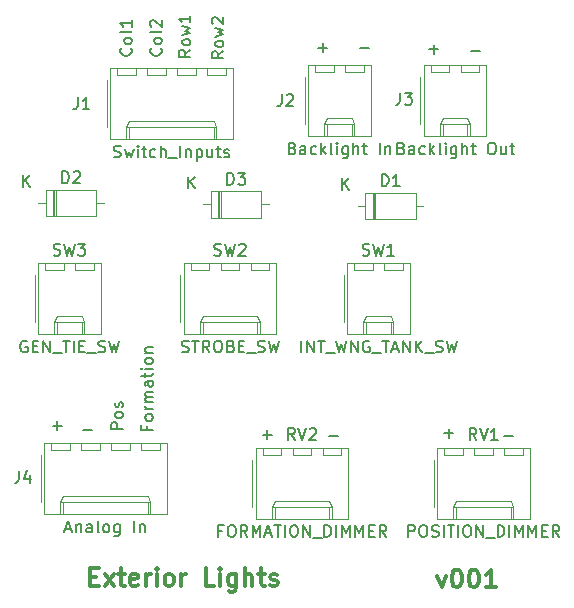
<source format=gbr>
G04 #@! TF.GenerationSoftware,KiCad,Pcbnew,(5.1.5-0-10_14)*
G04 #@! TF.CreationDate,2021-03-15T05:55:20+10:00*
G04 #@! TF.ProjectId,OH - Left Console - 4 - Exterior Lights Panel,4f48202d-204c-4656-9674-20436f6e736f,rev?*
G04 #@! TF.SameCoordinates,Original*
G04 #@! TF.FileFunction,Legend,Top*
G04 #@! TF.FilePolarity,Positive*
%FSLAX46Y46*%
G04 Gerber Fmt 4.6, Leading zero omitted, Abs format (unit mm)*
G04 Created by KiCad (PCBNEW (5.1.5-0-10_14)) date 2021-03-15 05:55:20*
%MOMM*%
%LPD*%
G04 APERTURE LIST*
%ADD10C,0.150000*%
%ADD11C,0.300000*%
%ADD12C,0.120000*%
G04 APERTURE END LIST*
D10*
X113990380Y-101091857D02*
X113514190Y-101425190D01*
X113990380Y-101663285D02*
X112990380Y-101663285D01*
X112990380Y-101282333D01*
X113038000Y-101187095D01*
X113085619Y-101139476D01*
X113180857Y-101091857D01*
X113323714Y-101091857D01*
X113418952Y-101139476D01*
X113466571Y-101187095D01*
X113514190Y-101282333D01*
X113514190Y-101663285D01*
X113990380Y-100520428D02*
X113942761Y-100615666D01*
X113895142Y-100663285D01*
X113799904Y-100710904D01*
X113514190Y-100710904D01*
X113418952Y-100663285D01*
X113371333Y-100615666D01*
X113323714Y-100520428D01*
X113323714Y-100377571D01*
X113371333Y-100282333D01*
X113418952Y-100234714D01*
X113514190Y-100187095D01*
X113799904Y-100187095D01*
X113895142Y-100234714D01*
X113942761Y-100282333D01*
X113990380Y-100377571D01*
X113990380Y-100520428D01*
X113323714Y-99853761D02*
X113990380Y-99663285D01*
X113514190Y-99472809D01*
X113990380Y-99282333D01*
X113323714Y-99091857D01*
X113990380Y-98187095D02*
X113990380Y-98758523D01*
X113990380Y-98472809D02*
X112990380Y-98472809D01*
X113133238Y-98568047D01*
X113228476Y-98663285D01*
X113276095Y-98758523D01*
X111482142Y-100956952D02*
X111529761Y-101004571D01*
X111577380Y-101147428D01*
X111577380Y-101242666D01*
X111529761Y-101385523D01*
X111434523Y-101480761D01*
X111339285Y-101528380D01*
X111148809Y-101576000D01*
X111005952Y-101576000D01*
X110815476Y-101528380D01*
X110720238Y-101480761D01*
X110625000Y-101385523D01*
X110577380Y-101242666D01*
X110577380Y-101147428D01*
X110625000Y-101004571D01*
X110672619Y-100956952D01*
X111577380Y-100385523D02*
X111529761Y-100480761D01*
X111482142Y-100528380D01*
X111386904Y-100576000D01*
X111101190Y-100576000D01*
X111005952Y-100528380D01*
X110958333Y-100480761D01*
X110910714Y-100385523D01*
X110910714Y-100242666D01*
X110958333Y-100147428D01*
X111005952Y-100099809D01*
X111101190Y-100052190D01*
X111386904Y-100052190D01*
X111482142Y-100099809D01*
X111529761Y-100147428D01*
X111577380Y-100242666D01*
X111577380Y-100385523D01*
X111577380Y-99480761D02*
X111529761Y-99576000D01*
X111434523Y-99623619D01*
X110577380Y-99623619D01*
X110672619Y-99147428D02*
X110625000Y-99099809D01*
X110577380Y-99004571D01*
X110577380Y-98766476D01*
X110625000Y-98671238D01*
X110672619Y-98623619D01*
X110767857Y-98576000D01*
X110863095Y-98576000D01*
X111005952Y-98623619D01*
X111577380Y-99195047D01*
X111577380Y-98576000D01*
X116784380Y-101218857D02*
X116308190Y-101552190D01*
X116784380Y-101790285D02*
X115784380Y-101790285D01*
X115784380Y-101409333D01*
X115832000Y-101314095D01*
X115879619Y-101266476D01*
X115974857Y-101218857D01*
X116117714Y-101218857D01*
X116212952Y-101266476D01*
X116260571Y-101314095D01*
X116308190Y-101409333D01*
X116308190Y-101790285D01*
X116784380Y-100647428D02*
X116736761Y-100742666D01*
X116689142Y-100790285D01*
X116593904Y-100837904D01*
X116308190Y-100837904D01*
X116212952Y-100790285D01*
X116165333Y-100742666D01*
X116117714Y-100647428D01*
X116117714Y-100504571D01*
X116165333Y-100409333D01*
X116212952Y-100361714D01*
X116308190Y-100314095D01*
X116593904Y-100314095D01*
X116689142Y-100361714D01*
X116736761Y-100409333D01*
X116784380Y-100504571D01*
X116784380Y-100647428D01*
X116117714Y-99980761D02*
X116784380Y-99790285D01*
X116308190Y-99599809D01*
X116784380Y-99409333D01*
X116117714Y-99218857D01*
X115879619Y-98885523D02*
X115832000Y-98837904D01*
X115784380Y-98742666D01*
X115784380Y-98504571D01*
X115832000Y-98409333D01*
X115879619Y-98361714D01*
X115974857Y-98314095D01*
X116070095Y-98314095D01*
X116212952Y-98361714D01*
X116784380Y-98933142D01*
X116784380Y-98314095D01*
X108942142Y-100956952D02*
X108989761Y-101004571D01*
X109037380Y-101147428D01*
X109037380Y-101242666D01*
X108989761Y-101385523D01*
X108894523Y-101480761D01*
X108799285Y-101528380D01*
X108608809Y-101576000D01*
X108465952Y-101576000D01*
X108275476Y-101528380D01*
X108180238Y-101480761D01*
X108085000Y-101385523D01*
X108037380Y-101242666D01*
X108037380Y-101147428D01*
X108085000Y-101004571D01*
X108132619Y-100956952D01*
X109037380Y-100385523D02*
X108989761Y-100480761D01*
X108942142Y-100528380D01*
X108846904Y-100576000D01*
X108561190Y-100576000D01*
X108465952Y-100528380D01*
X108418333Y-100480761D01*
X108370714Y-100385523D01*
X108370714Y-100242666D01*
X108418333Y-100147428D01*
X108465952Y-100099809D01*
X108561190Y-100052190D01*
X108846904Y-100052190D01*
X108942142Y-100099809D01*
X108989761Y-100147428D01*
X109037380Y-100242666D01*
X109037380Y-100385523D01*
X109037380Y-99480761D02*
X108989761Y-99576000D01*
X108894523Y-99623619D01*
X108037380Y-99623619D01*
X109037380Y-98576000D02*
X109037380Y-99147428D01*
X109037380Y-98861714D02*
X108037380Y-98861714D01*
X108180238Y-98956952D01*
X108275476Y-99052190D01*
X108323095Y-99147428D01*
X140589047Y-133802428D02*
X141350952Y-133802428D01*
X108275380Y-133199047D02*
X107275380Y-133199047D01*
X107275380Y-132818095D01*
X107323000Y-132722857D01*
X107370619Y-132675238D01*
X107465857Y-132627619D01*
X107608714Y-132627619D01*
X107703952Y-132675238D01*
X107751571Y-132722857D01*
X107799190Y-132818095D01*
X107799190Y-133199047D01*
X108275380Y-132056190D02*
X108227761Y-132151428D01*
X108180142Y-132199047D01*
X108084904Y-132246666D01*
X107799190Y-132246666D01*
X107703952Y-132199047D01*
X107656333Y-132151428D01*
X107608714Y-132056190D01*
X107608714Y-131913333D01*
X107656333Y-131818095D01*
X107703952Y-131770476D01*
X107799190Y-131722857D01*
X108084904Y-131722857D01*
X108180142Y-131770476D01*
X108227761Y-131818095D01*
X108275380Y-131913333D01*
X108275380Y-132056190D01*
X108227761Y-131341904D02*
X108275380Y-131246666D01*
X108275380Y-131056190D01*
X108227761Y-130960952D01*
X108132523Y-130913333D01*
X108084904Y-130913333D01*
X107989666Y-130960952D01*
X107942047Y-131056190D01*
X107942047Y-131199047D01*
X107894428Y-131294285D01*
X107799190Y-131341904D01*
X107751571Y-131341904D01*
X107656333Y-131294285D01*
X107608714Y-131199047D01*
X107608714Y-131056190D01*
X107656333Y-130960952D01*
X110291571Y-132960666D02*
X110291571Y-133294000D01*
X110815380Y-133294000D02*
X109815380Y-133294000D01*
X109815380Y-132817809D01*
X110815380Y-132294000D02*
X110767761Y-132389238D01*
X110720142Y-132436857D01*
X110624904Y-132484476D01*
X110339190Y-132484476D01*
X110243952Y-132436857D01*
X110196333Y-132389238D01*
X110148714Y-132294000D01*
X110148714Y-132151142D01*
X110196333Y-132055904D01*
X110243952Y-132008285D01*
X110339190Y-131960666D01*
X110624904Y-131960666D01*
X110720142Y-132008285D01*
X110767761Y-132055904D01*
X110815380Y-132151142D01*
X110815380Y-132294000D01*
X110815380Y-131532095D02*
X110148714Y-131532095D01*
X110339190Y-131532095D02*
X110243952Y-131484476D01*
X110196333Y-131436857D01*
X110148714Y-131341619D01*
X110148714Y-131246380D01*
X110815380Y-130913047D02*
X110148714Y-130913047D01*
X110243952Y-130913047D02*
X110196333Y-130865428D01*
X110148714Y-130770190D01*
X110148714Y-130627333D01*
X110196333Y-130532095D01*
X110291571Y-130484476D01*
X110815380Y-130484476D01*
X110291571Y-130484476D02*
X110196333Y-130436857D01*
X110148714Y-130341619D01*
X110148714Y-130198761D01*
X110196333Y-130103523D01*
X110291571Y-130055904D01*
X110815380Y-130055904D01*
X110815380Y-129151142D02*
X110291571Y-129151142D01*
X110196333Y-129198761D01*
X110148714Y-129294000D01*
X110148714Y-129484476D01*
X110196333Y-129579714D01*
X110767761Y-129151142D02*
X110815380Y-129246380D01*
X110815380Y-129484476D01*
X110767761Y-129579714D01*
X110672523Y-129627333D01*
X110577285Y-129627333D01*
X110482047Y-129579714D01*
X110434428Y-129484476D01*
X110434428Y-129246380D01*
X110386809Y-129151142D01*
X110148714Y-128817809D02*
X110148714Y-128436857D01*
X109815380Y-128674952D02*
X110672523Y-128674952D01*
X110767761Y-128627333D01*
X110815380Y-128532095D01*
X110815380Y-128436857D01*
X110815380Y-128103523D02*
X110148714Y-128103523D01*
X109815380Y-128103523D02*
X109863000Y-128151142D01*
X109910619Y-128103523D01*
X109863000Y-128055904D01*
X109815380Y-128103523D01*
X109910619Y-128103523D01*
X110815380Y-127484476D02*
X110767761Y-127579714D01*
X110720142Y-127627333D01*
X110624904Y-127674952D01*
X110339190Y-127674952D01*
X110243952Y-127627333D01*
X110196333Y-127579714D01*
X110148714Y-127484476D01*
X110148714Y-127341619D01*
X110196333Y-127246380D01*
X110243952Y-127198761D01*
X110339190Y-127151142D01*
X110624904Y-127151142D01*
X110720142Y-127198761D01*
X110767761Y-127246380D01*
X110815380Y-127341619D01*
X110815380Y-127484476D01*
X110148714Y-126722571D02*
X110815380Y-126722571D01*
X110243952Y-126722571D02*
X110196333Y-126674952D01*
X110148714Y-126579714D01*
X110148714Y-126436857D01*
X110196333Y-126341619D01*
X110291571Y-126294000D01*
X110815380Y-126294000D01*
X137795047Y-101163428D02*
X138556952Y-101163428D01*
X128397047Y-100909428D02*
X129158952Y-100909428D01*
X134239047Y-101036428D02*
X135000952Y-101036428D01*
X134620000Y-101417380D02*
X134620000Y-100655476D01*
X124841047Y-100909428D02*
X125602952Y-100909428D01*
X125222000Y-101290380D02*
X125222000Y-100528476D01*
X125730047Y-133802428D02*
X126491952Y-133802428D01*
X104902047Y-133294428D02*
X105663952Y-133294428D01*
X135509047Y-133548428D02*
X136270952Y-133548428D01*
X135890000Y-133929380D02*
X135890000Y-133167476D01*
X120142047Y-133675428D02*
X120903952Y-133675428D01*
X120523000Y-134056380D02*
X120523000Y-133294476D01*
X102362047Y-132913428D02*
X103123952Y-132913428D01*
X102743000Y-133294380D02*
X102743000Y-132532476D01*
D11*
X134914000Y-145601571D02*
X135271142Y-146601571D01*
X135628285Y-145601571D01*
X136485428Y-145101571D02*
X136628285Y-145101571D01*
X136771142Y-145173000D01*
X136842571Y-145244428D01*
X136914000Y-145387285D01*
X136985428Y-145673000D01*
X136985428Y-146030142D01*
X136914000Y-146315857D01*
X136842571Y-146458714D01*
X136771142Y-146530142D01*
X136628285Y-146601571D01*
X136485428Y-146601571D01*
X136342571Y-146530142D01*
X136271142Y-146458714D01*
X136199714Y-146315857D01*
X136128285Y-146030142D01*
X136128285Y-145673000D01*
X136199714Y-145387285D01*
X136271142Y-145244428D01*
X136342571Y-145173000D01*
X136485428Y-145101571D01*
X137914000Y-145101571D02*
X138056857Y-145101571D01*
X138199714Y-145173000D01*
X138271142Y-145244428D01*
X138342571Y-145387285D01*
X138414000Y-145673000D01*
X138414000Y-146030142D01*
X138342571Y-146315857D01*
X138271142Y-146458714D01*
X138199714Y-146530142D01*
X138056857Y-146601571D01*
X137914000Y-146601571D01*
X137771142Y-146530142D01*
X137699714Y-146458714D01*
X137628285Y-146315857D01*
X137556857Y-146030142D01*
X137556857Y-145673000D01*
X137628285Y-145387285D01*
X137699714Y-145244428D01*
X137771142Y-145173000D01*
X137914000Y-145101571D01*
X139842571Y-146601571D02*
X138985428Y-146601571D01*
X139414000Y-146601571D02*
X139414000Y-145101571D01*
X139271142Y-145315857D01*
X139128285Y-145458714D01*
X138985428Y-145530142D01*
X105518142Y-145688857D02*
X106018142Y-145688857D01*
X106232428Y-146474571D02*
X105518142Y-146474571D01*
X105518142Y-144974571D01*
X106232428Y-144974571D01*
X106732428Y-146474571D02*
X107518142Y-145474571D01*
X106732428Y-145474571D02*
X107518142Y-146474571D01*
X107875285Y-145474571D02*
X108446714Y-145474571D01*
X108089571Y-144974571D02*
X108089571Y-146260285D01*
X108161000Y-146403142D01*
X108303857Y-146474571D01*
X108446714Y-146474571D01*
X109518142Y-146403142D02*
X109375285Y-146474571D01*
X109089571Y-146474571D01*
X108946714Y-146403142D01*
X108875285Y-146260285D01*
X108875285Y-145688857D01*
X108946714Y-145546000D01*
X109089571Y-145474571D01*
X109375285Y-145474571D01*
X109518142Y-145546000D01*
X109589571Y-145688857D01*
X109589571Y-145831714D01*
X108875285Y-145974571D01*
X110232428Y-146474571D02*
X110232428Y-145474571D01*
X110232428Y-145760285D02*
X110303857Y-145617428D01*
X110375285Y-145546000D01*
X110518142Y-145474571D01*
X110661000Y-145474571D01*
X111161000Y-146474571D02*
X111161000Y-145474571D01*
X111161000Y-144974571D02*
X111089571Y-145046000D01*
X111161000Y-145117428D01*
X111232428Y-145046000D01*
X111161000Y-144974571D01*
X111161000Y-145117428D01*
X112089571Y-146474571D02*
X111946714Y-146403142D01*
X111875285Y-146331714D01*
X111803857Y-146188857D01*
X111803857Y-145760285D01*
X111875285Y-145617428D01*
X111946714Y-145546000D01*
X112089571Y-145474571D01*
X112303857Y-145474571D01*
X112446714Y-145546000D01*
X112518142Y-145617428D01*
X112589571Y-145760285D01*
X112589571Y-146188857D01*
X112518142Y-146331714D01*
X112446714Y-146403142D01*
X112303857Y-146474571D01*
X112089571Y-146474571D01*
X113232428Y-146474571D02*
X113232428Y-145474571D01*
X113232428Y-145760285D02*
X113303857Y-145617428D01*
X113375285Y-145546000D01*
X113518142Y-145474571D01*
X113661000Y-145474571D01*
X116018142Y-146474571D02*
X115303857Y-146474571D01*
X115303857Y-144974571D01*
X116518142Y-146474571D02*
X116518142Y-145474571D01*
X116518142Y-144974571D02*
X116446714Y-145046000D01*
X116518142Y-145117428D01*
X116589571Y-145046000D01*
X116518142Y-144974571D01*
X116518142Y-145117428D01*
X117875285Y-145474571D02*
X117875285Y-146688857D01*
X117803857Y-146831714D01*
X117732428Y-146903142D01*
X117589571Y-146974571D01*
X117375285Y-146974571D01*
X117232428Y-146903142D01*
X117875285Y-146403142D02*
X117732428Y-146474571D01*
X117446714Y-146474571D01*
X117303857Y-146403142D01*
X117232428Y-146331714D01*
X117161000Y-146188857D01*
X117161000Y-145760285D01*
X117232428Y-145617428D01*
X117303857Y-145546000D01*
X117446714Y-145474571D01*
X117732428Y-145474571D01*
X117875285Y-145546000D01*
X118589571Y-146474571D02*
X118589571Y-144974571D01*
X119232428Y-146474571D02*
X119232428Y-145688857D01*
X119161000Y-145546000D01*
X119018142Y-145474571D01*
X118803857Y-145474571D01*
X118661000Y-145546000D01*
X118589571Y-145617428D01*
X119732428Y-145474571D02*
X120303857Y-145474571D01*
X119946714Y-144974571D02*
X119946714Y-146260285D01*
X120018142Y-146403142D01*
X120161000Y-146474571D01*
X120303857Y-146474571D01*
X120732428Y-146403142D02*
X120875285Y-146474571D01*
X121161000Y-146474571D01*
X121303857Y-146403142D01*
X121375285Y-146260285D01*
X121375285Y-146188857D01*
X121303857Y-146046000D01*
X121161000Y-145974571D01*
X120946714Y-145974571D01*
X120803857Y-145903142D01*
X120732428Y-145760285D01*
X120732428Y-145688857D01*
X120803857Y-145546000D01*
X120946714Y-145474571D01*
X121161000Y-145474571D01*
X121303857Y-145546000D01*
D12*
X117005000Y-103234000D02*
X117005000Y-102634000D01*
X115405000Y-103234000D02*
X117005000Y-103234000D01*
X115405000Y-102634000D02*
X115405000Y-103234000D01*
X114465000Y-103234000D02*
X114465000Y-102634000D01*
X112865000Y-103234000D02*
X114465000Y-103234000D01*
X112865000Y-102634000D02*
X112865000Y-103234000D01*
X111925000Y-103234000D02*
X111925000Y-102634000D01*
X110325000Y-103234000D02*
X111925000Y-103234000D01*
X110325000Y-102634000D02*
X110325000Y-103234000D01*
X109385000Y-103234000D02*
X109385000Y-102634000D01*
X107785000Y-103234000D02*
X109385000Y-103234000D01*
X107785000Y-102634000D02*
X107785000Y-103234000D01*
X115955000Y-108654000D02*
X115955000Y-107654000D01*
X108835000Y-108654000D02*
X108835000Y-107654000D01*
X115955000Y-107124000D02*
X116205000Y-107654000D01*
X108835000Y-107124000D02*
X115955000Y-107124000D01*
X108585000Y-107654000D02*
X108835000Y-107124000D01*
X116205000Y-107654000D02*
X116205000Y-108654000D01*
X108585000Y-107654000D02*
X116205000Y-107654000D01*
X108585000Y-108654000D02*
X108585000Y-107654000D01*
X106915000Y-103664000D02*
X106915000Y-107664000D01*
X117585000Y-102634000D02*
X107205000Y-102634000D01*
X117585000Y-108654000D02*
X117585000Y-102634000D01*
X107205000Y-108654000D02*
X117585000Y-108654000D01*
X107205000Y-102634000D02*
X107205000Y-108654000D01*
X131991000Y-119744000D02*
X131991000Y-119144000D01*
X130391000Y-119744000D02*
X131991000Y-119744000D01*
X130391000Y-119144000D02*
X130391000Y-119744000D01*
X129451000Y-119744000D02*
X129451000Y-119144000D01*
X127851000Y-119744000D02*
X129451000Y-119744000D01*
X127851000Y-119144000D02*
X127851000Y-119744000D01*
X130941000Y-125164000D02*
X130941000Y-124164000D01*
X128901000Y-125164000D02*
X128901000Y-124164000D01*
X130941000Y-123634000D02*
X131191000Y-124164000D01*
X128901000Y-123634000D02*
X130941000Y-123634000D01*
X128651000Y-124164000D02*
X128901000Y-123634000D01*
X131191000Y-124164000D02*
X131191000Y-125164000D01*
X128651000Y-124164000D02*
X131191000Y-124164000D01*
X128651000Y-125164000D02*
X128651000Y-124164000D01*
X126981000Y-120174000D02*
X126981000Y-124174000D01*
X132571000Y-119144000D02*
X127271000Y-119144000D01*
X132571000Y-125164000D02*
X132571000Y-119144000D01*
X127271000Y-125164000D02*
X132571000Y-125164000D01*
X127271000Y-119144000D02*
X127271000Y-125164000D01*
X105829000Y-119744000D02*
X105829000Y-119144000D01*
X104229000Y-119744000D02*
X105829000Y-119744000D01*
X104229000Y-119144000D02*
X104229000Y-119744000D01*
X103289000Y-119744000D02*
X103289000Y-119144000D01*
X101689000Y-119744000D02*
X103289000Y-119744000D01*
X101689000Y-119144000D02*
X101689000Y-119744000D01*
X104779000Y-125164000D02*
X104779000Y-124164000D01*
X102739000Y-125164000D02*
X102739000Y-124164000D01*
X104779000Y-123634000D02*
X105029000Y-124164000D01*
X102739000Y-123634000D02*
X104779000Y-123634000D01*
X102489000Y-124164000D02*
X102739000Y-123634000D01*
X105029000Y-124164000D02*
X105029000Y-125164000D01*
X102489000Y-124164000D02*
X105029000Y-124164000D01*
X102489000Y-125164000D02*
X102489000Y-124164000D01*
X100819000Y-120174000D02*
X100819000Y-124174000D01*
X106409000Y-119144000D02*
X101109000Y-119144000D01*
X106409000Y-125164000D02*
X106409000Y-119144000D01*
X101109000Y-125164000D02*
X106409000Y-125164000D01*
X101109000Y-119144000D02*
X101109000Y-125164000D01*
X111417000Y-134984000D02*
X111417000Y-134384000D01*
X109817000Y-134984000D02*
X111417000Y-134984000D01*
X109817000Y-134384000D02*
X109817000Y-134984000D01*
X108877000Y-134984000D02*
X108877000Y-134384000D01*
X107277000Y-134984000D02*
X108877000Y-134984000D01*
X107277000Y-134384000D02*
X107277000Y-134984000D01*
X106337000Y-134984000D02*
X106337000Y-134384000D01*
X104737000Y-134984000D02*
X106337000Y-134984000D01*
X104737000Y-134384000D02*
X104737000Y-134984000D01*
X103797000Y-134984000D02*
X103797000Y-134384000D01*
X102197000Y-134984000D02*
X103797000Y-134984000D01*
X102197000Y-134384000D02*
X102197000Y-134984000D01*
X110367000Y-140404000D02*
X110367000Y-139404000D01*
X103247000Y-140404000D02*
X103247000Y-139404000D01*
X110367000Y-138874000D02*
X110617000Y-139404000D01*
X103247000Y-138874000D02*
X110367000Y-138874000D01*
X102997000Y-139404000D02*
X103247000Y-138874000D01*
X110617000Y-139404000D02*
X110617000Y-140404000D01*
X102997000Y-139404000D02*
X110617000Y-139404000D01*
X102997000Y-140404000D02*
X102997000Y-139404000D01*
X101327000Y-135414000D02*
X101327000Y-139414000D01*
X111997000Y-134384000D02*
X101617000Y-134384000D01*
X111997000Y-140404000D02*
X111997000Y-134384000D01*
X101617000Y-140404000D02*
X111997000Y-140404000D01*
X101617000Y-134384000D02*
X101617000Y-140404000D01*
X138468000Y-102980000D02*
X138468000Y-102380000D01*
X136868000Y-102980000D02*
X138468000Y-102980000D01*
X136868000Y-102380000D02*
X136868000Y-102980000D01*
X135928000Y-102980000D02*
X135928000Y-102380000D01*
X134328000Y-102980000D02*
X135928000Y-102980000D01*
X134328000Y-102380000D02*
X134328000Y-102980000D01*
X137418000Y-108400000D02*
X137418000Y-107400000D01*
X135378000Y-108400000D02*
X135378000Y-107400000D01*
X137418000Y-106870000D02*
X137668000Y-107400000D01*
X135378000Y-106870000D02*
X137418000Y-106870000D01*
X135128000Y-107400000D02*
X135378000Y-106870000D01*
X137668000Y-107400000D02*
X137668000Y-108400000D01*
X135128000Y-107400000D02*
X137668000Y-107400000D01*
X135128000Y-108400000D02*
X135128000Y-107400000D01*
X133458000Y-103410000D02*
X133458000Y-107410000D01*
X139048000Y-102380000D02*
X133748000Y-102380000D01*
X139048000Y-108400000D02*
X139048000Y-102380000D01*
X133748000Y-108400000D02*
X139048000Y-108400000D01*
X133748000Y-102380000D02*
X133748000Y-108400000D01*
X128689000Y-102980000D02*
X128689000Y-102380000D01*
X127089000Y-102980000D02*
X128689000Y-102980000D01*
X127089000Y-102380000D02*
X127089000Y-102980000D01*
X126149000Y-102980000D02*
X126149000Y-102380000D01*
X124549000Y-102980000D02*
X126149000Y-102980000D01*
X124549000Y-102380000D02*
X124549000Y-102980000D01*
X127639000Y-108400000D02*
X127639000Y-107400000D01*
X125599000Y-108400000D02*
X125599000Y-107400000D01*
X127639000Y-106870000D02*
X127889000Y-107400000D01*
X125599000Y-106870000D02*
X127639000Y-106870000D01*
X125349000Y-107400000D02*
X125599000Y-106870000D01*
X127889000Y-107400000D02*
X127889000Y-108400000D01*
X125349000Y-107400000D02*
X127889000Y-107400000D01*
X125349000Y-108400000D02*
X125349000Y-107400000D01*
X123679000Y-103410000D02*
X123679000Y-107410000D01*
X129269000Y-102380000D02*
X123969000Y-102380000D01*
X129269000Y-108400000D02*
X129269000Y-102380000D01*
X123969000Y-108400000D02*
X129269000Y-108400000D01*
X123969000Y-102380000D02*
X123969000Y-108400000D01*
X116336000Y-113053000D02*
X116336000Y-115293000D01*
X116576000Y-113053000D02*
X116576000Y-115293000D01*
X116456000Y-113053000D02*
X116456000Y-115293000D01*
X120626000Y-114173000D02*
X119976000Y-114173000D01*
X115086000Y-114173000D02*
X115736000Y-114173000D01*
X119976000Y-113053000D02*
X115736000Y-113053000D01*
X119976000Y-115293000D02*
X119976000Y-113053000D01*
X115736000Y-115293000D02*
X119976000Y-115293000D01*
X115736000Y-113053000D02*
X115736000Y-115293000D01*
X102366000Y-112926000D02*
X102366000Y-115166000D01*
X102606000Y-112926000D02*
X102606000Y-115166000D01*
X102486000Y-112926000D02*
X102486000Y-115166000D01*
X106656000Y-114046000D02*
X106006000Y-114046000D01*
X101116000Y-114046000D02*
X101766000Y-114046000D01*
X106006000Y-112926000D02*
X101766000Y-112926000D01*
X106006000Y-115166000D02*
X106006000Y-112926000D01*
X101766000Y-115166000D02*
X106006000Y-115166000D01*
X101766000Y-112926000D02*
X101766000Y-115166000D01*
X129417000Y-113180000D02*
X129417000Y-115420000D01*
X129657000Y-113180000D02*
X129657000Y-115420000D01*
X129537000Y-113180000D02*
X129537000Y-115420000D01*
X133707000Y-114300000D02*
X133057000Y-114300000D01*
X128167000Y-114300000D02*
X128817000Y-114300000D01*
X133057000Y-113180000D02*
X128817000Y-113180000D01*
X133057000Y-115420000D02*
X133057000Y-113180000D01*
X128817000Y-115420000D02*
X133057000Y-115420000D01*
X128817000Y-113180000D02*
X128817000Y-115420000D01*
X120688000Y-119744000D02*
X120688000Y-119144000D01*
X119088000Y-119744000D02*
X120688000Y-119744000D01*
X119088000Y-119144000D02*
X119088000Y-119744000D01*
X118148000Y-119744000D02*
X118148000Y-119144000D01*
X116548000Y-119744000D02*
X118148000Y-119744000D01*
X116548000Y-119144000D02*
X116548000Y-119744000D01*
X115608000Y-119744000D02*
X115608000Y-119144000D01*
X114008000Y-119744000D02*
X115608000Y-119744000D01*
X114008000Y-119144000D02*
X114008000Y-119744000D01*
X119638000Y-125164000D02*
X119638000Y-124164000D01*
X115058000Y-125164000D02*
X115058000Y-124164000D01*
X119638000Y-123634000D02*
X119888000Y-124164000D01*
X115058000Y-123634000D02*
X119638000Y-123634000D01*
X114808000Y-124164000D02*
X115058000Y-123634000D01*
X119888000Y-124164000D02*
X119888000Y-125164000D01*
X114808000Y-124164000D02*
X119888000Y-124164000D01*
X114808000Y-125164000D02*
X114808000Y-124164000D01*
X113138000Y-120174000D02*
X113138000Y-124174000D01*
X121268000Y-119144000D02*
X113428000Y-119144000D01*
X121268000Y-125164000D02*
X121268000Y-119144000D01*
X113428000Y-125164000D02*
X121268000Y-125164000D01*
X113428000Y-119144000D02*
X113428000Y-125164000D01*
X126784000Y-135365000D02*
X126784000Y-134765000D01*
X125184000Y-135365000D02*
X126784000Y-135365000D01*
X125184000Y-134765000D02*
X125184000Y-135365000D01*
X124244000Y-135365000D02*
X124244000Y-134765000D01*
X122644000Y-135365000D02*
X124244000Y-135365000D01*
X122644000Y-134765000D02*
X122644000Y-135365000D01*
X121704000Y-135365000D02*
X121704000Y-134765000D01*
X120104000Y-135365000D02*
X121704000Y-135365000D01*
X120104000Y-134765000D02*
X120104000Y-135365000D01*
X125734000Y-140785000D02*
X125734000Y-139785000D01*
X121154000Y-140785000D02*
X121154000Y-139785000D01*
X125734000Y-139255000D02*
X125984000Y-139785000D01*
X121154000Y-139255000D02*
X125734000Y-139255000D01*
X120904000Y-139785000D02*
X121154000Y-139255000D01*
X125984000Y-139785000D02*
X125984000Y-140785000D01*
X120904000Y-139785000D02*
X125984000Y-139785000D01*
X120904000Y-140785000D02*
X120904000Y-139785000D01*
X119234000Y-135795000D02*
X119234000Y-139795000D01*
X127364000Y-134765000D02*
X119524000Y-134765000D01*
X127364000Y-140785000D02*
X127364000Y-134765000D01*
X119524000Y-140785000D02*
X127364000Y-140785000D01*
X119524000Y-134765000D02*
X119524000Y-140785000D01*
X142151000Y-135365000D02*
X142151000Y-134765000D01*
X140551000Y-135365000D02*
X142151000Y-135365000D01*
X140551000Y-134765000D02*
X140551000Y-135365000D01*
X139611000Y-135365000D02*
X139611000Y-134765000D01*
X138011000Y-135365000D02*
X139611000Y-135365000D01*
X138011000Y-134765000D02*
X138011000Y-135365000D01*
X137071000Y-135365000D02*
X137071000Y-134765000D01*
X135471000Y-135365000D02*
X137071000Y-135365000D01*
X135471000Y-134765000D02*
X135471000Y-135365000D01*
X141101000Y-140785000D02*
X141101000Y-139785000D01*
X136521000Y-140785000D02*
X136521000Y-139785000D01*
X141101000Y-139255000D02*
X141351000Y-139785000D01*
X136521000Y-139255000D02*
X141101000Y-139255000D01*
X136271000Y-139785000D02*
X136521000Y-139255000D01*
X141351000Y-139785000D02*
X141351000Y-140785000D01*
X136271000Y-139785000D02*
X141351000Y-139785000D01*
X136271000Y-140785000D02*
X136271000Y-139785000D01*
X134601000Y-135795000D02*
X134601000Y-139795000D01*
X142731000Y-134765000D02*
X134891000Y-134765000D01*
X142731000Y-140785000D02*
X142731000Y-134765000D01*
X134891000Y-140785000D02*
X142731000Y-140785000D01*
X134891000Y-134765000D02*
X134891000Y-140785000D01*
D10*
X104441666Y-105116380D02*
X104441666Y-105830666D01*
X104394047Y-105973523D01*
X104298809Y-106068761D01*
X104155952Y-106116380D01*
X104060714Y-106116380D01*
X105441666Y-106116380D02*
X104870238Y-106116380D01*
X105155952Y-106116380D02*
X105155952Y-105116380D01*
X105060714Y-105259238D01*
X104965476Y-105354476D01*
X104870238Y-105402095D01*
X107514047Y-110148761D02*
X107656904Y-110196380D01*
X107895000Y-110196380D01*
X107990238Y-110148761D01*
X108037857Y-110101142D01*
X108085476Y-110005904D01*
X108085476Y-109910666D01*
X108037857Y-109815428D01*
X107990238Y-109767809D01*
X107895000Y-109720190D01*
X107704523Y-109672571D01*
X107609285Y-109624952D01*
X107561666Y-109577333D01*
X107514047Y-109482095D01*
X107514047Y-109386857D01*
X107561666Y-109291619D01*
X107609285Y-109244000D01*
X107704523Y-109196380D01*
X107942619Y-109196380D01*
X108085476Y-109244000D01*
X108418809Y-109529714D02*
X108609285Y-110196380D01*
X108799761Y-109720190D01*
X108990238Y-110196380D01*
X109180714Y-109529714D01*
X109561666Y-110196380D02*
X109561666Y-109529714D01*
X109561666Y-109196380D02*
X109514047Y-109244000D01*
X109561666Y-109291619D01*
X109609285Y-109244000D01*
X109561666Y-109196380D01*
X109561666Y-109291619D01*
X109895000Y-109529714D02*
X110275952Y-109529714D01*
X110037857Y-109196380D02*
X110037857Y-110053523D01*
X110085476Y-110148761D01*
X110180714Y-110196380D01*
X110275952Y-110196380D01*
X111037857Y-110148761D02*
X110942619Y-110196380D01*
X110752142Y-110196380D01*
X110656904Y-110148761D01*
X110609285Y-110101142D01*
X110561666Y-110005904D01*
X110561666Y-109720190D01*
X110609285Y-109624952D01*
X110656904Y-109577333D01*
X110752142Y-109529714D01*
X110942619Y-109529714D01*
X111037857Y-109577333D01*
X111466428Y-110196380D02*
X111466428Y-109196380D01*
X111895000Y-110196380D02*
X111895000Y-109672571D01*
X111847380Y-109577333D01*
X111752142Y-109529714D01*
X111609285Y-109529714D01*
X111514047Y-109577333D01*
X111466428Y-109624952D01*
X112133095Y-110291619D02*
X112895000Y-110291619D01*
X113133095Y-110196380D02*
X113133095Y-109196380D01*
X113609285Y-109529714D02*
X113609285Y-110196380D01*
X113609285Y-109624952D02*
X113656904Y-109577333D01*
X113752142Y-109529714D01*
X113895000Y-109529714D01*
X113990238Y-109577333D01*
X114037857Y-109672571D01*
X114037857Y-110196380D01*
X114514047Y-109529714D02*
X114514047Y-110529714D01*
X114514047Y-109577333D02*
X114609285Y-109529714D01*
X114799761Y-109529714D01*
X114895000Y-109577333D01*
X114942619Y-109624952D01*
X114990238Y-109720190D01*
X114990238Y-110005904D01*
X114942619Y-110101142D01*
X114895000Y-110148761D01*
X114799761Y-110196380D01*
X114609285Y-110196380D01*
X114514047Y-110148761D01*
X115847380Y-109529714D02*
X115847380Y-110196380D01*
X115418809Y-109529714D02*
X115418809Y-110053523D01*
X115466428Y-110148761D01*
X115561666Y-110196380D01*
X115704523Y-110196380D01*
X115799761Y-110148761D01*
X115847380Y-110101142D01*
X116180714Y-109529714D02*
X116561666Y-109529714D01*
X116323571Y-109196380D02*
X116323571Y-110053523D01*
X116371190Y-110148761D01*
X116466428Y-110196380D01*
X116561666Y-110196380D01*
X116847380Y-110148761D02*
X116942619Y-110196380D01*
X117133095Y-110196380D01*
X117228333Y-110148761D01*
X117275952Y-110053523D01*
X117275952Y-110005904D01*
X117228333Y-109910666D01*
X117133095Y-109863047D01*
X116990238Y-109863047D01*
X116895000Y-109815428D01*
X116847380Y-109720190D01*
X116847380Y-109672571D01*
X116895000Y-109577333D01*
X116990238Y-109529714D01*
X117133095Y-109529714D01*
X117228333Y-109577333D01*
X128587666Y-118458761D02*
X128730523Y-118506380D01*
X128968619Y-118506380D01*
X129063857Y-118458761D01*
X129111476Y-118411142D01*
X129159095Y-118315904D01*
X129159095Y-118220666D01*
X129111476Y-118125428D01*
X129063857Y-118077809D01*
X128968619Y-118030190D01*
X128778142Y-117982571D01*
X128682904Y-117934952D01*
X128635285Y-117887333D01*
X128587666Y-117792095D01*
X128587666Y-117696857D01*
X128635285Y-117601619D01*
X128682904Y-117554000D01*
X128778142Y-117506380D01*
X129016238Y-117506380D01*
X129159095Y-117554000D01*
X129492428Y-117506380D02*
X129730523Y-118506380D01*
X129921000Y-117792095D01*
X130111476Y-118506380D01*
X130349571Y-117506380D01*
X131254333Y-118506380D02*
X130682904Y-118506380D01*
X130968619Y-118506380D02*
X130968619Y-117506380D01*
X130873380Y-117649238D01*
X130778142Y-117744476D01*
X130682904Y-117792095D01*
X123397190Y-126706380D02*
X123397190Y-125706380D01*
X123873380Y-126706380D02*
X123873380Y-125706380D01*
X124444809Y-126706380D01*
X124444809Y-125706380D01*
X124778142Y-125706380D02*
X125349571Y-125706380D01*
X125063857Y-126706380D02*
X125063857Y-125706380D01*
X125444809Y-126801619D02*
X126206714Y-126801619D01*
X126349571Y-125706380D02*
X126587666Y-126706380D01*
X126778142Y-125992095D01*
X126968619Y-126706380D01*
X127206714Y-125706380D01*
X127587666Y-126706380D02*
X127587666Y-125706380D01*
X128159095Y-126706380D01*
X128159095Y-125706380D01*
X129159095Y-125754000D02*
X129063857Y-125706380D01*
X128921000Y-125706380D01*
X128778142Y-125754000D01*
X128682904Y-125849238D01*
X128635285Y-125944476D01*
X128587666Y-126134952D01*
X128587666Y-126277809D01*
X128635285Y-126468285D01*
X128682904Y-126563523D01*
X128778142Y-126658761D01*
X128921000Y-126706380D01*
X129016238Y-126706380D01*
X129159095Y-126658761D01*
X129206714Y-126611142D01*
X129206714Y-126277809D01*
X129016238Y-126277809D01*
X129397190Y-126801619D02*
X130159095Y-126801619D01*
X130254333Y-125706380D02*
X130825761Y-125706380D01*
X130540047Y-126706380D02*
X130540047Y-125706380D01*
X131111476Y-126420666D02*
X131587666Y-126420666D01*
X131016238Y-126706380D02*
X131349571Y-125706380D01*
X131682904Y-126706380D01*
X132016238Y-126706380D02*
X132016238Y-125706380D01*
X132587666Y-126706380D01*
X132587666Y-125706380D01*
X133063857Y-126706380D02*
X133063857Y-125706380D01*
X133635285Y-126706380D02*
X133206714Y-126134952D01*
X133635285Y-125706380D02*
X133063857Y-126277809D01*
X133825761Y-126801619D02*
X134587666Y-126801619D01*
X134778142Y-126658761D02*
X134921000Y-126706380D01*
X135159095Y-126706380D01*
X135254333Y-126658761D01*
X135301952Y-126611142D01*
X135349571Y-126515904D01*
X135349571Y-126420666D01*
X135301952Y-126325428D01*
X135254333Y-126277809D01*
X135159095Y-126230190D01*
X134968619Y-126182571D01*
X134873380Y-126134952D01*
X134825761Y-126087333D01*
X134778142Y-125992095D01*
X134778142Y-125896857D01*
X134825761Y-125801619D01*
X134873380Y-125754000D01*
X134968619Y-125706380D01*
X135206714Y-125706380D01*
X135349571Y-125754000D01*
X135682904Y-125706380D02*
X135921000Y-126706380D01*
X136111476Y-125992095D01*
X136301952Y-126706380D01*
X136540047Y-125706380D01*
X102425666Y-118458761D02*
X102568523Y-118506380D01*
X102806619Y-118506380D01*
X102901857Y-118458761D01*
X102949476Y-118411142D01*
X102997095Y-118315904D01*
X102997095Y-118220666D01*
X102949476Y-118125428D01*
X102901857Y-118077809D01*
X102806619Y-118030190D01*
X102616142Y-117982571D01*
X102520904Y-117934952D01*
X102473285Y-117887333D01*
X102425666Y-117792095D01*
X102425666Y-117696857D01*
X102473285Y-117601619D01*
X102520904Y-117554000D01*
X102616142Y-117506380D01*
X102854238Y-117506380D01*
X102997095Y-117554000D01*
X103330428Y-117506380D02*
X103568523Y-118506380D01*
X103759000Y-117792095D01*
X103949476Y-118506380D01*
X104187571Y-117506380D01*
X104473285Y-117506380D02*
X105092333Y-117506380D01*
X104759000Y-117887333D01*
X104901857Y-117887333D01*
X104997095Y-117934952D01*
X105044714Y-117982571D01*
X105092333Y-118077809D01*
X105092333Y-118315904D01*
X105044714Y-118411142D01*
X104997095Y-118458761D01*
X104901857Y-118506380D01*
X104616142Y-118506380D01*
X104520904Y-118458761D01*
X104473285Y-118411142D01*
X100163761Y-125754000D02*
X100068523Y-125706380D01*
X99925666Y-125706380D01*
X99782809Y-125754000D01*
X99687571Y-125849238D01*
X99639952Y-125944476D01*
X99592333Y-126134952D01*
X99592333Y-126277809D01*
X99639952Y-126468285D01*
X99687571Y-126563523D01*
X99782809Y-126658761D01*
X99925666Y-126706380D01*
X100020904Y-126706380D01*
X100163761Y-126658761D01*
X100211380Y-126611142D01*
X100211380Y-126277809D01*
X100020904Y-126277809D01*
X100639952Y-126182571D02*
X100973285Y-126182571D01*
X101116142Y-126706380D02*
X100639952Y-126706380D01*
X100639952Y-125706380D01*
X101116142Y-125706380D01*
X101544714Y-126706380D02*
X101544714Y-125706380D01*
X102116142Y-126706380D01*
X102116142Y-125706380D01*
X102354238Y-126801619D02*
X103116142Y-126801619D01*
X103211380Y-125706380D02*
X103782809Y-125706380D01*
X103497095Y-126706380D02*
X103497095Y-125706380D01*
X104116142Y-126706380D02*
X104116142Y-125706380D01*
X104592333Y-126182571D02*
X104925666Y-126182571D01*
X105068523Y-126706380D02*
X104592333Y-126706380D01*
X104592333Y-125706380D01*
X105068523Y-125706380D01*
X105259000Y-126801619D02*
X106020904Y-126801619D01*
X106211380Y-126658761D02*
X106354238Y-126706380D01*
X106592333Y-126706380D01*
X106687571Y-126658761D01*
X106735190Y-126611142D01*
X106782809Y-126515904D01*
X106782809Y-126420666D01*
X106735190Y-126325428D01*
X106687571Y-126277809D01*
X106592333Y-126230190D01*
X106401857Y-126182571D01*
X106306619Y-126134952D01*
X106259000Y-126087333D01*
X106211380Y-125992095D01*
X106211380Y-125896857D01*
X106259000Y-125801619D01*
X106306619Y-125754000D01*
X106401857Y-125706380D01*
X106639952Y-125706380D01*
X106782809Y-125754000D01*
X107116142Y-125706380D02*
X107354238Y-126706380D01*
X107544714Y-125992095D01*
X107735190Y-126706380D01*
X107973285Y-125706380D01*
X99488666Y-136739380D02*
X99488666Y-137453666D01*
X99441047Y-137596523D01*
X99345809Y-137691761D01*
X99202952Y-137739380D01*
X99107714Y-137739380D01*
X100393428Y-137072714D02*
X100393428Y-137739380D01*
X100155333Y-136691761D02*
X99917238Y-137406047D01*
X100536285Y-137406047D01*
X103426047Y-141660666D02*
X103902238Y-141660666D01*
X103330809Y-141946380D02*
X103664142Y-140946380D01*
X103997476Y-141946380D01*
X104330809Y-141279714D02*
X104330809Y-141946380D01*
X104330809Y-141374952D02*
X104378428Y-141327333D01*
X104473666Y-141279714D01*
X104616523Y-141279714D01*
X104711761Y-141327333D01*
X104759380Y-141422571D01*
X104759380Y-141946380D01*
X105664142Y-141946380D02*
X105664142Y-141422571D01*
X105616523Y-141327333D01*
X105521285Y-141279714D01*
X105330809Y-141279714D01*
X105235571Y-141327333D01*
X105664142Y-141898761D02*
X105568904Y-141946380D01*
X105330809Y-141946380D01*
X105235571Y-141898761D01*
X105187952Y-141803523D01*
X105187952Y-141708285D01*
X105235571Y-141613047D01*
X105330809Y-141565428D01*
X105568904Y-141565428D01*
X105664142Y-141517809D01*
X106283190Y-141946380D02*
X106187952Y-141898761D01*
X106140333Y-141803523D01*
X106140333Y-140946380D01*
X106807000Y-141946380D02*
X106711761Y-141898761D01*
X106664142Y-141851142D01*
X106616523Y-141755904D01*
X106616523Y-141470190D01*
X106664142Y-141374952D01*
X106711761Y-141327333D01*
X106807000Y-141279714D01*
X106949857Y-141279714D01*
X107045095Y-141327333D01*
X107092714Y-141374952D01*
X107140333Y-141470190D01*
X107140333Y-141755904D01*
X107092714Y-141851142D01*
X107045095Y-141898761D01*
X106949857Y-141946380D01*
X106807000Y-141946380D01*
X107997476Y-141279714D02*
X107997476Y-142089238D01*
X107949857Y-142184476D01*
X107902238Y-142232095D01*
X107807000Y-142279714D01*
X107664142Y-142279714D01*
X107568904Y-142232095D01*
X107997476Y-141898761D02*
X107902238Y-141946380D01*
X107711761Y-141946380D01*
X107616523Y-141898761D01*
X107568904Y-141851142D01*
X107521285Y-141755904D01*
X107521285Y-141470190D01*
X107568904Y-141374952D01*
X107616523Y-141327333D01*
X107711761Y-141279714D01*
X107902238Y-141279714D01*
X107997476Y-141327333D01*
X109235571Y-141946380D02*
X109235571Y-140946380D01*
X109711761Y-141279714D02*
X109711761Y-141946380D01*
X109711761Y-141374952D02*
X109759380Y-141327333D01*
X109854619Y-141279714D01*
X109997476Y-141279714D01*
X110092714Y-141327333D01*
X110140333Y-141422571D01*
X110140333Y-141946380D01*
X131746666Y-104735380D02*
X131746666Y-105449666D01*
X131699047Y-105592523D01*
X131603809Y-105687761D01*
X131460952Y-105735380D01*
X131365714Y-105735380D01*
X132127619Y-104735380D02*
X132746666Y-104735380D01*
X132413333Y-105116333D01*
X132556190Y-105116333D01*
X132651428Y-105163952D01*
X132699047Y-105211571D01*
X132746666Y-105306809D01*
X132746666Y-105544904D01*
X132699047Y-105640142D01*
X132651428Y-105687761D01*
X132556190Y-105735380D01*
X132270476Y-105735380D01*
X132175238Y-105687761D01*
X132127619Y-105640142D01*
X131850380Y-109418571D02*
X131993238Y-109466190D01*
X132040857Y-109513809D01*
X132088476Y-109609047D01*
X132088476Y-109751904D01*
X132040857Y-109847142D01*
X131993238Y-109894761D01*
X131898000Y-109942380D01*
X131517047Y-109942380D01*
X131517047Y-108942380D01*
X131850380Y-108942380D01*
X131945619Y-108990000D01*
X131993238Y-109037619D01*
X132040857Y-109132857D01*
X132040857Y-109228095D01*
X131993238Y-109323333D01*
X131945619Y-109370952D01*
X131850380Y-109418571D01*
X131517047Y-109418571D01*
X132945619Y-109942380D02*
X132945619Y-109418571D01*
X132898000Y-109323333D01*
X132802761Y-109275714D01*
X132612285Y-109275714D01*
X132517047Y-109323333D01*
X132945619Y-109894761D02*
X132850380Y-109942380D01*
X132612285Y-109942380D01*
X132517047Y-109894761D01*
X132469428Y-109799523D01*
X132469428Y-109704285D01*
X132517047Y-109609047D01*
X132612285Y-109561428D01*
X132850380Y-109561428D01*
X132945619Y-109513809D01*
X133850380Y-109894761D02*
X133755142Y-109942380D01*
X133564666Y-109942380D01*
X133469428Y-109894761D01*
X133421809Y-109847142D01*
X133374190Y-109751904D01*
X133374190Y-109466190D01*
X133421809Y-109370952D01*
X133469428Y-109323333D01*
X133564666Y-109275714D01*
X133755142Y-109275714D01*
X133850380Y-109323333D01*
X134278952Y-109942380D02*
X134278952Y-108942380D01*
X134374190Y-109561428D02*
X134659904Y-109942380D01*
X134659904Y-109275714D02*
X134278952Y-109656666D01*
X135231333Y-109942380D02*
X135136095Y-109894761D01*
X135088476Y-109799523D01*
X135088476Y-108942380D01*
X135612285Y-109942380D02*
X135612285Y-109275714D01*
X135612285Y-108942380D02*
X135564666Y-108990000D01*
X135612285Y-109037619D01*
X135659904Y-108990000D01*
X135612285Y-108942380D01*
X135612285Y-109037619D01*
X136517047Y-109275714D02*
X136517047Y-110085238D01*
X136469428Y-110180476D01*
X136421809Y-110228095D01*
X136326571Y-110275714D01*
X136183714Y-110275714D01*
X136088476Y-110228095D01*
X136517047Y-109894761D02*
X136421809Y-109942380D01*
X136231333Y-109942380D01*
X136136095Y-109894761D01*
X136088476Y-109847142D01*
X136040857Y-109751904D01*
X136040857Y-109466190D01*
X136088476Y-109370952D01*
X136136095Y-109323333D01*
X136231333Y-109275714D01*
X136421809Y-109275714D01*
X136517047Y-109323333D01*
X136993238Y-109942380D02*
X136993238Y-108942380D01*
X137421809Y-109942380D02*
X137421809Y-109418571D01*
X137374190Y-109323333D01*
X137278952Y-109275714D01*
X137136095Y-109275714D01*
X137040857Y-109323333D01*
X136993238Y-109370952D01*
X137755142Y-109275714D02*
X138136095Y-109275714D01*
X137898000Y-108942380D02*
X137898000Y-109799523D01*
X137945619Y-109894761D01*
X138040857Y-109942380D01*
X138136095Y-109942380D01*
X139421809Y-108942380D02*
X139612285Y-108942380D01*
X139707523Y-108990000D01*
X139802761Y-109085238D01*
X139850380Y-109275714D01*
X139850380Y-109609047D01*
X139802761Y-109799523D01*
X139707523Y-109894761D01*
X139612285Y-109942380D01*
X139421809Y-109942380D01*
X139326571Y-109894761D01*
X139231333Y-109799523D01*
X139183714Y-109609047D01*
X139183714Y-109275714D01*
X139231333Y-109085238D01*
X139326571Y-108990000D01*
X139421809Y-108942380D01*
X140707523Y-109275714D02*
X140707523Y-109942380D01*
X140278952Y-109275714D02*
X140278952Y-109799523D01*
X140326571Y-109894761D01*
X140421809Y-109942380D01*
X140564666Y-109942380D01*
X140659904Y-109894761D01*
X140707523Y-109847142D01*
X141040857Y-109275714D02*
X141421809Y-109275714D01*
X141183714Y-108942380D02*
X141183714Y-109799523D01*
X141231333Y-109894761D01*
X141326571Y-109942380D01*
X141421809Y-109942380D01*
X121713666Y-104862380D02*
X121713666Y-105576666D01*
X121666047Y-105719523D01*
X121570809Y-105814761D01*
X121427952Y-105862380D01*
X121332714Y-105862380D01*
X122142238Y-104957619D02*
X122189857Y-104910000D01*
X122285095Y-104862380D01*
X122523190Y-104862380D01*
X122618428Y-104910000D01*
X122666047Y-104957619D01*
X122713666Y-105052857D01*
X122713666Y-105148095D01*
X122666047Y-105290952D01*
X122094619Y-105862380D01*
X122713666Y-105862380D01*
X122642809Y-109418571D02*
X122785666Y-109466190D01*
X122833285Y-109513809D01*
X122880904Y-109609047D01*
X122880904Y-109751904D01*
X122833285Y-109847142D01*
X122785666Y-109894761D01*
X122690428Y-109942380D01*
X122309476Y-109942380D01*
X122309476Y-108942380D01*
X122642809Y-108942380D01*
X122738047Y-108990000D01*
X122785666Y-109037619D01*
X122833285Y-109132857D01*
X122833285Y-109228095D01*
X122785666Y-109323333D01*
X122738047Y-109370952D01*
X122642809Y-109418571D01*
X122309476Y-109418571D01*
X123738047Y-109942380D02*
X123738047Y-109418571D01*
X123690428Y-109323333D01*
X123595190Y-109275714D01*
X123404714Y-109275714D01*
X123309476Y-109323333D01*
X123738047Y-109894761D02*
X123642809Y-109942380D01*
X123404714Y-109942380D01*
X123309476Y-109894761D01*
X123261857Y-109799523D01*
X123261857Y-109704285D01*
X123309476Y-109609047D01*
X123404714Y-109561428D01*
X123642809Y-109561428D01*
X123738047Y-109513809D01*
X124642809Y-109894761D02*
X124547571Y-109942380D01*
X124357095Y-109942380D01*
X124261857Y-109894761D01*
X124214238Y-109847142D01*
X124166619Y-109751904D01*
X124166619Y-109466190D01*
X124214238Y-109370952D01*
X124261857Y-109323333D01*
X124357095Y-109275714D01*
X124547571Y-109275714D01*
X124642809Y-109323333D01*
X125071380Y-109942380D02*
X125071380Y-108942380D01*
X125166619Y-109561428D02*
X125452333Y-109942380D01*
X125452333Y-109275714D02*
X125071380Y-109656666D01*
X126023761Y-109942380D02*
X125928523Y-109894761D01*
X125880904Y-109799523D01*
X125880904Y-108942380D01*
X126404714Y-109942380D02*
X126404714Y-109275714D01*
X126404714Y-108942380D02*
X126357095Y-108990000D01*
X126404714Y-109037619D01*
X126452333Y-108990000D01*
X126404714Y-108942380D01*
X126404714Y-109037619D01*
X127309476Y-109275714D02*
X127309476Y-110085238D01*
X127261857Y-110180476D01*
X127214238Y-110228095D01*
X127119000Y-110275714D01*
X126976142Y-110275714D01*
X126880904Y-110228095D01*
X127309476Y-109894761D02*
X127214238Y-109942380D01*
X127023761Y-109942380D01*
X126928523Y-109894761D01*
X126880904Y-109847142D01*
X126833285Y-109751904D01*
X126833285Y-109466190D01*
X126880904Y-109370952D01*
X126928523Y-109323333D01*
X127023761Y-109275714D01*
X127214238Y-109275714D01*
X127309476Y-109323333D01*
X127785666Y-109942380D02*
X127785666Y-108942380D01*
X128214238Y-109942380D02*
X128214238Y-109418571D01*
X128166619Y-109323333D01*
X128071380Y-109275714D01*
X127928523Y-109275714D01*
X127833285Y-109323333D01*
X127785666Y-109370952D01*
X128547571Y-109275714D02*
X128928523Y-109275714D01*
X128690428Y-108942380D02*
X128690428Y-109799523D01*
X128738047Y-109894761D01*
X128833285Y-109942380D01*
X128928523Y-109942380D01*
X130023761Y-109942380D02*
X130023761Y-108942380D01*
X130499952Y-109275714D02*
X130499952Y-109942380D01*
X130499952Y-109370952D02*
X130547571Y-109323333D01*
X130642809Y-109275714D01*
X130785666Y-109275714D01*
X130880904Y-109323333D01*
X130928523Y-109418571D01*
X130928523Y-109942380D01*
X117117904Y-112505380D02*
X117117904Y-111505380D01*
X117356000Y-111505380D01*
X117498857Y-111553000D01*
X117594095Y-111648238D01*
X117641714Y-111743476D01*
X117689333Y-111933952D01*
X117689333Y-112076809D01*
X117641714Y-112267285D01*
X117594095Y-112362523D01*
X117498857Y-112457761D01*
X117356000Y-112505380D01*
X117117904Y-112505380D01*
X118022666Y-111505380D02*
X118641714Y-111505380D01*
X118308380Y-111886333D01*
X118451238Y-111886333D01*
X118546476Y-111933952D01*
X118594095Y-111981571D01*
X118641714Y-112076809D01*
X118641714Y-112314904D01*
X118594095Y-112410142D01*
X118546476Y-112457761D01*
X118451238Y-112505380D01*
X118165523Y-112505380D01*
X118070285Y-112457761D01*
X118022666Y-112410142D01*
X113784095Y-112825380D02*
X113784095Y-111825380D01*
X114355523Y-112825380D02*
X113926952Y-112253952D01*
X114355523Y-111825380D02*
X113784095Y-112396809D01*
X103147904Y-112378380D02*
X103147904Y-111378380D01*
X103386000Y-111378380D01*
X103528857Y-111426000D01*
X103624095Y-111521238D01*
X103671714Y-111616476D01*
X103719333Y-111806952D01*
X103719333Y-111949809D01*
X103671714Y-112140285D01*
X103624095Y-112235523D01*
X103528857Y-112330761D01*
X103386000Y-112378380D01*
X103147904Y-112378380D01*
X104100285Y-111473619D02*
X104147904Y-111426000D01*
X104243142Y-111378380D01*
X104481238Y-111378380D01*
X104576476Y-111426000D01*
X104624095Y-111473619D01*
X104671714Y-111568857D01*
X104671714Y-111664095D01*
X104624095Y-111806952D01*
X104052666Y-112378380D01*
X104671714Y-112378380D01*
X99814095Y-112698380D02*
X99814095Y-111698380D01*
X100385523Y-112698380D02*
X99956952Y-112126952D01*
X100385523Y-111698380D02*
X99814095Y-112269809D01*
X130198904Y-112632380D02*
X130198904Y-111632380D01*
X130437000Y-111632380D01*
X130579857Y-111680000D01*
X130675095Y-111775238D01*
X130722714Y-111870476D01*
X130770333Y-112060952D01*
X130770333Y-112203809D01*
X130722714Y-112394285D01*
X130675095Y-112489523D01*
X130579857Y-112584761D01*
X130437000Y-112632380D01*
X130198904Y-112632380D01*
X131722714Y-112632380D02*
X131151285Y-112632380D01*
X131437000Y-112632380D02*
X131437000Y-111632380D01*
X131341761Y-111775238D01*
X131246523Y-111870476D01*
X131151285Y-111918095D01*
X126865095Y-112952380D02*
X126865095Y-111952380D01*
X127436523Y-112952380D02*
X127007952Y-112380952D01*
X127436523Y-111952380D02*
X126865095Y-112523809D01*
X116014666Y-118458761D02*
X116157523Y-118506380D01*
X116395619Y-118506380D01*
X116490857Y-118458761D01*
X116538476Y-118411142D01*
X116586095Y-118315904D01*
X116586095Y-118220666D01*
X116538476Y-118125428D01*
X116490857Y-118077809D01*
X116395619Y-118030190D01*
X116205142Y-117982571D01*
X116109904Y-117934952D01*
X116062285Y-117887333D01*
X116014666Y-117792095D01*
X116014666Y-117696857D01*
X116062285Y-117601619D01*
X116109904Y-117554000D01*
X116205142Y-117506380D01*
X116443238Y-117506380D01*
X116586095Y-117554000D01*
X116919428Y-117506380D02*
X117157523Y-118506380D01*
X117348000Y-117792095D01*
X117538476Y-118506380D01*
X117776571Y-117506380D01*
X118109904Y-117601619D02*
X118157523Y-117554000D01*
X118252761Y-117506380D01*
X118490857Y-117506380D01*
X118586095Y-117554000D01*
X118633714Y-117601619D01*
X118681333Y-117696857D01*
X118681333Y-117792095D01*
X118633714Y-117934952D01*
X118062285Y-118506380D01*
X118681333Y-118506380D01*
X113276571Y-126658761D02*
X113419428Y-126706380D01*
X113657523Y-126706380D01*
X113752761Y-126658761D01*
X113800380Y-126611142D01*
X113848000Y-126515904D01*
X113848000Y-126420666D01*
X113800380Y-126325428D01*
X113752761Y-126277809D01*
X113657523Y-126230190D01*
X113467047Y-126182571D01*
X113371809Y-126134952D01*
X113324190Y-126087333D01*
X113276571Y-125992095D01*
X113276571Y-125896857D01*
X113324190Y-125801619D01*
X113371809Y-125754000D01*
X113467047Y-125706380D01*
X113705142Y-125706380D01*
X113848000Y-125754000D01*
X114133714Y-125706380D02*
X114705142Y-125706380D01*
X114419428Y-126706380D02*
X114419428Y-125706380D01*
X115609904Y-126706380D02*
X115276571Y-126230190D01*
X115038476Y-126706380D02*
X115038476Y-125706380D01*
X115419428Y-125706380D01*
X115514666Y-125754000D01*
X115562285Y-125801619D01*
X115609904Y-125896857D01*
X115609904Y-126039714D01*
X115562285Y-126134952D01*
X115514666Y-126182571D01*
X115419428Y-126230190D01*
X115038476Y-126230190D01*
X116228952Y-125706380D02*
X116419428Y-125706380D01*
X116514666Y-125754000D01*
X116609904Y-125849238D01*
X116657523Y-126039714D01*
X116657523Y-126373047D01*
X116609904Y-126563523D01*
X116514666Y-126658761D01*
X116419428Y-126706380D01*
X116228952Y-126706380D01*
X116133714Y-126658761D01*
X116038476Y-126563523D01*
X115990857Y-126373047D01*
X115990857Y-126039714D01*
X116038476Y-125849238D01*
X116133714Y-125754000D01*
X116228952Y-125706380D01*
X117419428Y-126182571D02*
X117562285Y-126230190D01*
X117609904Y-126277809D01*
X117657523Y-126373047D01*
X117657523Y-126515904D01*
X117609904Y-126611142D01*
X117562285Y-126658761D01*
X117467047Y-126706380D01*
X117086095Y-126706380D01*
X117086095Y-125706380D01*
X117419428Y-125706380D01*
X117514666Y-125754000D01*
X117562285Y-125801619D01*
X117609904Y-125896857D01*
X117609904Y-125992095D01*
X117562285Y-126087333D01*
X117514666Y-126134952D01*
X117419428Y-126182571D01*
X117086095Y-126182571D01*
X118086095Y-126182571D02*
X118419428Y-126182571D01*
X118562285Y-126706380D02*
X118086095Y-126706380D01*
X118086095Y-125706380D01*
X118562285Y-125706380D01*
X118752761Y-126801619D02*
X119514666Y-126801619D01*
X119705142Y-126658761D02*
X119848000Y-126706380D01*
X120086095Y-126706380D01*
X120181333Y-126658761D01*
X120228952Y-126611142D01*
X120276571Y-126515904D01*
X120276571Y-126420666D01*
X120228952Y-126325428D01*
X120181333Y-126277809D01*
X120086095Y-126230190D01*
X119895619Y-126182571D01*
X119800380Y-126134952D01*
X119752761Y-126087333D01*
X119705142Y-125992095D01*
X119705142Y-125896857D01*
X119752761Y-125801619D01*
X119800380Y-125754000D01*
X119895619Y-125706380D01*
X120133714Y-125706380D01*
X120276571Y-125754000D01*
X120609904Y-125706380D02*
X120848000Y-126706380D01*
X121038476Y-125992095D01*
X121228952Y-126706380D01*
X121467047Y-125706380D01*
X122848761Y-134127380D02*
X122515428Y-133651190D01*
X122277333Y-134127380D02*
X122277333Y-133127380D01*
X122658285Y-133127380D01*
X122753523Y-133175000D01*
X122801142Y-133222619D01*
X122848761Y-133317857D01*
X122848761Y-133460714D01*
X122801142Y-133555952D01*
X122753523Y-133603571D01*
X122658285Y-133651190D01*
X122277333Y-133651190D01*
X123134476Y-133127380D02*
X123467809Y-134127380D01*
X123801142Y-133127380D01*
X124086857Y-133222619D02*
X124134476Y-133175000D01*
X124229714Y-133127380D01*
X124467809Y-133127380D01*
X124563047Y-133175000D01*
X124610666Y-133222619D01*
X124658285Y-133317857D01*
X124658285Y-133413095D01*
X124610666Y-133555952D01*
X124039238Y-134127380D01*
X124658285Y-134127380D01*
X116682095Y-141803571D02*
X116348761Y-141803571D01*
X116348761Y-142327380D02*
X116348761Y-141327380D01*
X116824952Y-141327380D01*
X117396380Y-141327380D02*
X117586857Y-141327380D01*
X117682095Y-141375000D01*
X117777333Y-141470238D01*
X117824952Y-141660714D01*
X117824952Y-141994047D01*
X117777333Y-142184523D01*
X117682095Y-142279761D01*
X117586857Y-142327380D01*
X117396380Y-142327380D01*
X117301142Y-142279761D01*
X117205904Y-142184523D01*
X117158285Y-141994047D01*
X117158285Y-141660714D01*
X117205904Y-141470238D01*
X117301142Y-141375000D01*
X117396380Y-141327380D01*
X118824952Y-142327380D02*
X118491619Y-141851190D01*
X118253523Y-142327380D02*
X118253523Y-141327380D01*
X118634476Y-141327380D01*
X118729714Y-141375000D01*
X118777333Y-141422619D01*
X118824952Y-141517857D01*
X118824952Y-141660714D01*
X118777333Y-141755952D01*
X118729714Y-141803571D01*
X118634476Y-141851190D01*
X118253523Y-141851190D01*
X119253523Y-142327380D02*
X119253523Y-141327380D01*
X119586857Y-142041666D01*
X119920190Y-141327380D01*
X119920190Y-142327380D01*
X120348761Y-142041666D02*
X120824952Y-142041666D01*
X120253523Y-142327380D02*
X120586857Y-141327380D01*
X120920190Y-142327380D01*
X121110666Y-141327380D02*
X121682095Y-141327380D01*
X121396380Y-142327380D02*
X121396380Y-141327380D01*
X122015428Y-142327380D02*
X122015428Y-141327380D01*
X122682095Y-141327380D02*
X122872571Y-141327380D01*
X122967809Y-141375000D01*
X123063047Y-141470238D01*
X123110666Y-141660714D01*
X123110666Y-141994047D01*
X123063047Y-142184523D01*
X122967809Y-142279761D01*
X122872571Y-142327380D01*
X122682095Y-142327380D01*
X122586857Y-142279761D01*
X122491619Y-142184523D01*
X122444000Y-141994047D01*
X122444000Y-141660714D01*
X122491619Y-141470238D01*
X122586857Y-141375000D01*
X122682095Y-141327380D01*
X123539238Y-142327380D02*
X123539238Y-141327380D01*
X124110666Y-142327380D01*
X124110666Y-141327380D01*
X124348761Y-142422619D02*
X125110666Y-142422619D01*
X125348761Y-142327380D02*
X125348761Y-141327380D01*
X125586857Y-141327380D01*
X125729714Y-141375000D01*
X125824952Y-141470238D01*
X125872571Y-141565476D01*
X125920190Y-141755952D01*
X125920190Y-141898809D01*
X125872571Y-142089285D01*
X125824952Y-142184523D01*
X125729714Y-142279761D01*
X125586857Y-142327380D01*
X125348761Y-142327380D01*
X126348761Y-142327380D02*
X126348761Y-141327380D01*
X126824952Y-142327380D02*
X126824952Y-141327380D01*
X127158285Y-142041666D01*
X127491619Y-141327380D01*
X127491619Y-142327380D01*
X127967809Y-142327380D02*
X127967809Y-141327380D01*
X128301142Y-142041666D01*
X128634476Y-141327380D01*
X128634476Y-142327380D01*
X129110666Y-141803571D02*
X129444000Y-141803571D01*
X129586857Y-142327380D02*
X129110666Y-142327380D01*
X129110666Y-141327380D01*
X129586857Y-141327380D01*
X130586857Y-142327380D02*
X130253523Y-141851190D01*
X130015428Y-142327380D02*
X130015428Y-141327380D01*
X130396380Y-141327380D01*
X130491619Y-141375000D01*
X130539238Y-141422619D01*
X130586857Y-141517857D01*
X130586857Y-141660714D01*
X130539238Y-141755952D01*
X130491619Y-141803571D01*
X130396380Y-141851190D01*
X130015428Y-141851190D01*
X138215761Y-134127380D02*
X137882428Y-133651190D01*
X137644333Y-134127380D02*
X137644333Y-133127380D01*
X138025285Y-133127380D01*
X138120523Y-133175000D01*
X138168142Y-133222619D01*
X138215761Y-133317857D01*
X138215761Y-133460714D01*
X138168142Y-133555952D01*
X138120523Y-133603571D01*
X138025285Y-133651190D01*
X137644333Y-133651190D01*
X138501476Y-133127380D02*
X138834809Y-134127380D01*
X139168142Y-133127380D01*
X140025285Y-134127380D02*
X139453857Y-134127380D01*
X139739571Y-134127380D02*
X139739571Y-133127380D01*
X139644333Y-133270238D01*
X139549095Y-133365476D01*
X139453857Y-133413095D01*
X132430047Y-142327380D02*
X132430047Y-141327380D01*
X132811000Y-141327380D01*
X132906238Y-141375000D01*
X132953857Y-141422619D01*
X133001476Y-141517857D01*
X133001476Y-141660714D01*
X132953857Y-141755952D01*
X132906238Y-141803571D01*
X132811000Y-141851190D01*
X132430047Y-141851190D01*
X133620523Y-141327380D02*
X133811000Y-141327380D01*
X133906238Y-141375000D01*
X134001476Y-141470238D01*
X134049095Y-141660714D01*
X134049095Y-141994047D01*
X134001476Y-142184523D01*
X133906238Y-142279761D01*
X133811000Y-142327380D01*
X133620523Y-142327380D01*
X133525285Y-142279761D01*
X133430047Y-142184523D01*
X133382428Y-141994047D01*
X133382428Y-141660714D01*
X133430047Y-141470238D01*
X133525285Y-141375000D01*
X133620523Y-141327380D01*
X134430047Y-142279761D02*
X134572904Y-142327380D01*
X134811000Y-142327380D01*
X134906238Y-142279761D01*
X134953857Y-142232142D01*
X135001476Y-142136904D01*
X135001476Y-142041666D01*
X134953857Y-141946428D01*
X134906238Y-141898809D01*
X134811000Y-141851190D01*
X134620523Y-141803571D01*
X134525285Y-141755952D01*
X134477666Y-141708333D01*
X134430047Y-141613095D01*
X134430047Y-141517857D01*
X134477666Y-141422619D01*
X134525285Y-141375000D01*
X134620523Y-141327380D01*
X134858619Y-141327380D01*
X135001476Y-141375000D01*
X135430047Y-142327380D02*
X135430047Y-141327380D01*
X135763380Y-141327380D02*
X136334809Y-141327380D01*
X136049095Y-142327380D02*
X136049095Y-141327380D01*
X136668142Y-142327380D02*
X136668142Y-141327380D01*
X137334809Y-141327380D02*
X137525285Y-141327380D01*
X137620523Y-141375000D01*
X137715761Y-141470238D01*
X137763380Y-141660714D01*
X137763380Y-141994047D01*
X137715761Y-142184523D01*
X137620523Y-142279761D01*
X137525285Y-142327380D01*
X137334809Y-142327380D01*
X137239571Y-142279761D01*
X137144333Y-142184523D01*
X137096714Y-141994047D01*
X137096714Y-141660714D01*
X137144333Y-141470238D01*
X137239571Y-141375000D01*
X137334809Y-141327380D01*
X138191952Y-142327380D02*
X138191952Y-141327380D01*
X138763380Y-142327380D01*
X138763380Y-141327380D01*
X139001476Y-142422619D02*
X139763380Y-142422619D01*
X140001476Y-142327380D02*
X140001476Y-141327380D01*
X140239571Y-141327380D01*
X140382428Y-141375000D01*
X140477666Y-141470238D01*
X140525285Y-141565476D01*
X140572904Y-141755952D01*
X140572904Y-141898809D01*
X140525285Y-142089285D01*
X140477666Y-142184523D01*
X140382428Y-142279761D01*
X140239571Y-142327380D01*
X140001476Y-142327380D01*
X141001476Y-142327380D02*
X141001476Y-141327380D01*
X141477666Y-142327380D02*
X141477666Y-141327380D01*
X141811000Y-142041666D01*
X142144333Y-141327380D01*
X142144333Y-142327380D01*
X142620523Y-142327380D02*
X142620523Y-141327380D01*
X142953857Y-142041666D01*
X143287190Y-141327380D01*
X143287190Y-142327380D01*
X143763380Y-141803571D02*
X144096714Y-141803571D01*
X144239571Y-142327380D02*
X143763380Y-142327380D01*
X143763380Y-141327380D01*
X144239571Y-141327380D01*
X145239571Y-142327380D02*
X144906238Y-141851190D01*
X144668142Y-142327380D02*
X144668142Y-141327380D01*
X145049095Y-141327380D01*
X145144333Y-141375000D01*
X145191952Y-141422619D01*
X145239571Y-141517857D01*
X145239571Y-141660714D01*
X145191952Y-141755952D01*
X145144333Y-141803571D01*
X145049095Y-141851190D01*
X144668142Y-141851190D01*
M02*

</source>
